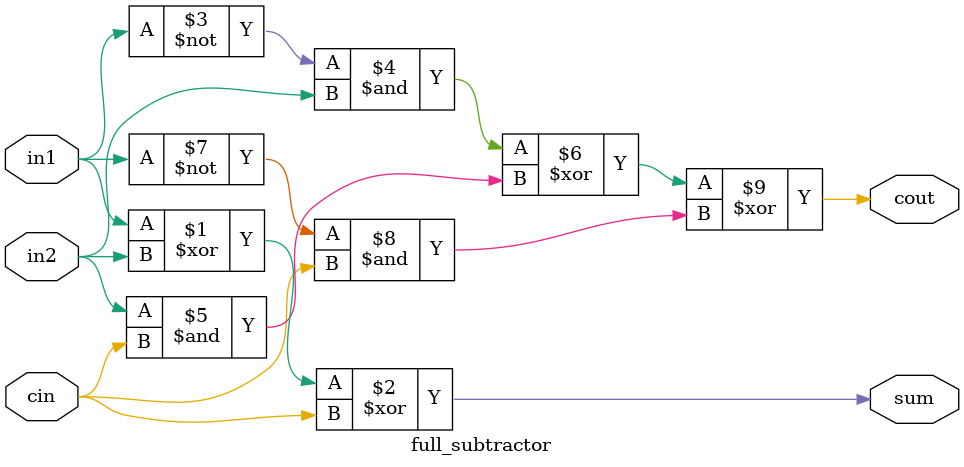
<source format=v>
module full_subtractor(
input in1 ,
input in2 ,
input cin ,
output sum ,
output cout
);

assign sum = in1 ^ in2 ^ cin ;
assign cout = (~in1 & in2) ^ (in2 & cin) ^ (~in1 & cin) ;

endmodule


</source>
